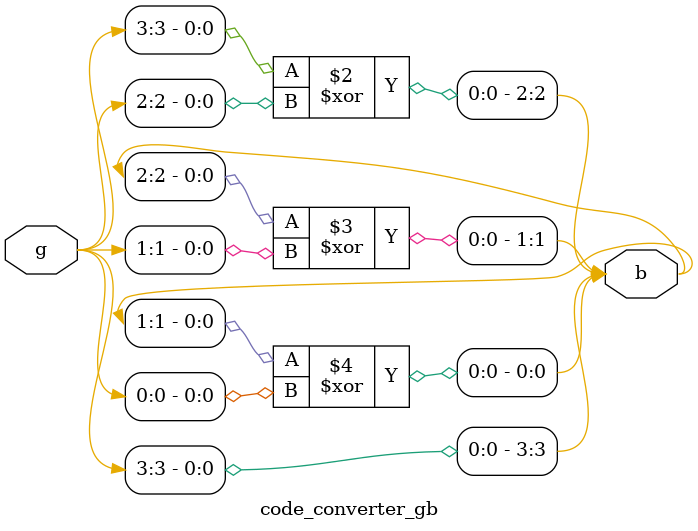
<source format=v>

module code_converter_gb(g, b);

input [3:0] g; // 4bit gray code

output reg [3:0] b; // 4bit binary code

always @(g) begin
    b[3] = g[3];
    b[2] = b[3] ^ g[2];
    b[1] = b[2] ^ g[1];
    b[0] = b[1] ^ g[0];
end

endmodule
</source>
